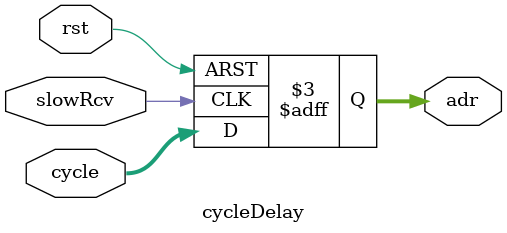
<source format=v>
module cycleDelay(
input slowRcv,
input [5:0]cycle,
input rst,
output reg [5:0] adr);

always@(posedge slowRcv or negedge rst)
begin
	if(~rst)
		adr <= 0;
	else
		adr <= cycle;
end
endmodule
</source>
